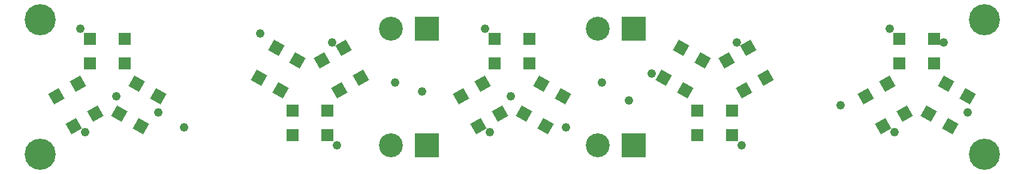
<source format=gts>
%FSLAX25Y25*%
%MOIN*%
G70*
G01*
G75*
G04 Layer_Color=128*
%ADD10P,0.08352X4X285.0*%
%ADD11P,0.08352X4X165.0*%
%ADD12R,0.05906X0.05906*%
%ADD13C,0.02500*%
%ADD14C,0.05000*%
%ADD15C,0.16500*%
%ADD16R,0.12500X0.12500*%
%ADD17C,0.12500*%
%ADD18C,0.04000*%
%ADD19R,0.17716X0.12205*%
%ADD20R,0.08000X0.05000*%
%ADD21C,0.01000*%
%ADD22C,0.01200*%
%ADD23P,0.06937X4X285.0*%
%ADD24P,0.06937X4X165.0*%
%ADD25R,0.04906X0.04906*%
%ADD26R,0.16716X0.11205*%
%ADD27R,0.07000X0.04000*%
%ADD28P,0.09483X4X285.0*%
%ADD29P,0.09483X4X165.0*%
%ADD30R,0.06706X0.06706*%
%ADD31C,0.17300*%
%ADD32R,0.13300X0.13300*%
%ADD33C,0.13300*%
%ADD34C,0.04800*%
D28*
X293644Y578202D02*
D03*
X281711Y585091D02*
D03*
X303290Y594909D02*
D03*
X291356Y601798D02*
D03*
X368856Y621798D02*
D03*
X380789Y614909D02*
D03*
X359210Y605091D02*
D03*
X371144Y598202D02*
D03*
X518644Y578202D02*
D03*
X506710Y585091D02*
D03*
X528290Y594909D02*
D03*
X516356Y601798D02*
D03*
X593856Y621798D02*
D03*
X605790Y614909D02*
D03*
X584210Y605091D02*
D03*
X596144Y598202D02*
D03*
X743644Y578202D02*
D03*
X731710Y585091D02*
D03*
X753290Y594909D02*
D03*
X741356Y601798D02*
D03*
D29*
X246710Y594909D02*
D03*
X258644Y601798D02*
D03*
X256356Y578202D02*
D03*
X268290Y585091D02*
D03*
X415790Y605091D02*
D03*
X403856Y598202D02*
D03*
X406144Y621798D02*
D03*
X394211Y614909D02*
D03*
X471710Y594909D02*
D03*
X483644Y601798D02*
D03*
X481356Y578202D02*
D03*
X493290Y585091D02*
D03*
X640790Y605091D02*
D03*
X628856Y598202D02*
D03*
X631144Y621798D02*
D03*
X619210Y614909D02*
D03*
X696710Y594909D02*
D03*
X708644Y601798D02*
D03*
X706356Y578202D02*
D03*
X718290Y585091D02*
D03*
D30*
X284646Y626890D02*
D03*
Y613110D02*
D03*
X265354Y626890D02*
D03*
Y613110D02*
D03*
X377854Y573110D02*
D03*
Y586890D02*
D03*
X397146Y573110D02*
D03*
Y586890D02*
D03*
X509646Y626890D02*
D03*
Y613110D02*
D03*
X490354Y626890D02*
D03*
Y613110D02*
D03*
X602854Y573110D02*
D03*
Y586890D02*
D03*
X622146Y573110D02*
D03*
Y586890D02*
D03*
X734646Y626890D02*
D03*
Y613110D02*
D03*
X715354Y626890D02*
D03*
Y613110D02*
D03*
D31*
X762500Y637500D02*
D03*
Y562500D02*
D03*
X237500D02*
D03*
Y637500D02*
D03*
D32*
X452500Y632500D02*
D03*
Y567500D02*
D03*
X567500D02*
D03*
Y632500D02*
D03*
D33*
X432500D02*
D03*
Y567500D02*
D03*
X547500D02*
D03*
Y632500D02*
D03*
D34*
X402500Y567500D02*
D03*
X400000Y625000D02*
D03*
X360000Y630000D02*
D03*
X627500Y567500D02*
D03*
X625000Y625000D02*
D03*
X577500Y607500D02*
D03*
X710000Y632500D02*
D03*
X712500Y575000D02*
D03*
X753290Y585789D02*
D03*
X485000Y632500D02*
D03*
X487500Y575000D02*
D03*
X530000Y577500D02*
D03*
X317500D02*
D03*
X303290Y585789D02*
D03*
X262500Y575000D02*
D03*
X260000Y632500D02*
D03*
X740000Y625000D02*
D03*
X682500Y590000D02*
D03*
X499298Y595000D02*
D03*
X280000D02*
D03*
X565000Y592500D02*
D03*
X550000Y602500D02*
D03*
X450000Y597500D02*
D03*
X435000Y602500D02*
D03*
M02*

</source>
